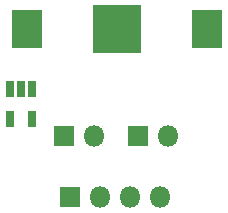
<source format=gbr>
%TF.GenerationSoftware,KiCad,Pcbnew,(5.1.6)-1*%
%TF.CreationDate,2022-09-22T09:58:55-04:00*%
%TF.ProjectId,EXT_BATT_3V-6V,4558545f-4241-4545-945f-33562d36562e,rev?*%
%TF.SameCoordinates,Original*%
%TF.FileFunction,Soldermask,Bot*%
%TF.FilePolarity,Negative*%
%FSLAX46Y46*%
G04 Gerber Fmt 4.6, Leading zero omitted, Abs format (unit mm)*
G04 Created by KiCad (PCBNEW (5.1.6)-1) date 2022-09-22 09:58:55*
%MOMM*%
%LPD*%
G01*
G04 APERTURE LIST*
%ADD10R,2.640000X3.270000*%
%ADD11R,4.060000X4.060000*%
%ADD12R,0.700000X1.350000*%
%ADD13R,1.800000X1.800000*%
%ADD14O,1.800000X1.800000*%
G04 APERTURE END LIST*
D10*
%TO.C,H1*%
X152920001Y-82055001D03*
X168160001Y-82055001D03*
D11*
X160540001Y-82055001D03*
%TD*%
D12*
%TO.C,IC1*%
X151450000Y-87150000D03*
X152400000Y-87150000D03*
X153350000Y-87150000D03*
X153350000Y-89650000D03*
X151450000Y-89650000D03*
%TD*%
D13*
%TO.C,J1*%
X156580000Y-96300000D03*
D14*
X159120000Y-96300000D03*
X161660000Y-96300000D03*
X164200000Y-96300000D03*
%TD*%
D13*
%TO.C,J2*%
X156060000Y-91100000D03*
D14*
X158600000Y-91100000D03*
%TD*%
%TO.C,J3*%
X164900000Y-91100000D03*
D13*
X162360000Y-91100000D03*
%TD*%
M02*

</source>
